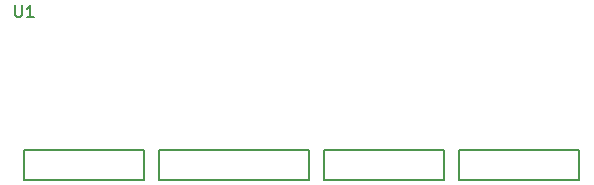
<source format=gbr>
G04 #@! TF.GenerationSoftware,KiCad,Pcbnew,(5.0.0-rc2-dev-586-g888c43477)*
G04 #@! TF.CreationDate,2018-06-04T01:03:36-03:00*
G04 #@! TF.ProjectId,Signal,5369676E616C2E6B696361645F706362,rev?*
G04 #@! TF.SameCoordinates,Original*
G04 #@! TF.FileFunction,Legend,Top*
G04 #@! TF.FilePolarity,Positive*
%FSLAX46Y46*%
G04 Gerber Fmt 4.6, Leading zero omitted, Abs format (unit mm)*
G04 Created by KiCad (PCBNEW (5.0.0-rc2-dev-586-g888c43477)) date 06/04/18 01:03:36*
%MOMM*%
%LPD*%
G01*
G04 APERTURE LIST*
%ADD10C,0.150000*%
G04 APERTURE END LIST*
D10*
X39878000Y-19050000D02*
X39878000Y-21590000D01*
X39878000Y-21590000D02*
X52578000Y-21590000D01*
X52578000Y-21590000D02*
X52578000Y-19304000D01*
X52578000Y-19304000D02*
X52578000Y-19050000D01*
X52578000Y-19050000D02*
X39878000Y-19050000D01*
X38608000Y-19050000D02*
X38608000Y-21590000D01*
X38608000Y-21590000D02*
X28448000Y-21590000D01*
X28448000Y-21590000D02*
X28448000Y-19050000D01*
X28448000Y-19050000D02*
X38608000Y-19050000D01*
X54102000Y-19050000D02*
X53848000Y-19050000D01*
X53848000Y-19050000D02*
X53848000Y-21590000D01*
X53848000Y-21590000D02*
X64008000Y-21590000D01*
X64008000Y-21590000D02*
X64008000Y-19050000D01*
X64008000Y-19050000D02*
X53848000Y-19050000D01*
X65278000Y-19050000D02*
X65278000Y-21590000D01*
X65278000Y-21590000D02*
X75438000Y-21590000D01*
X75438000Y-21590000D02*
X75438000Y-19050000D01*
X75438000Y-19050000D02*
X65278000Y-19050000D01*
X27686095Y-6818380D02*
X27686095Y-7627904D01*
X27733714Y-7723142D01*
X27781333Y-7770761D01*
X27876571Y-7818380D01*
X28067047Y-7818380D01*
X28162285Y-7770761D01*
X28209904Y-7723142D01*
X28257523Y-7627904D01*
X28257523Y-6818380D01*
X29257523Y-7818380D02*
X28686095Y-7818380D01*
X28971809Y-7818380D02*
X28971809Y-6818380D01*
X28876571Y-6961238D01*
X28781333Y-7056476D01*
X28686095Y-7104095D01*
M02*

</source>
